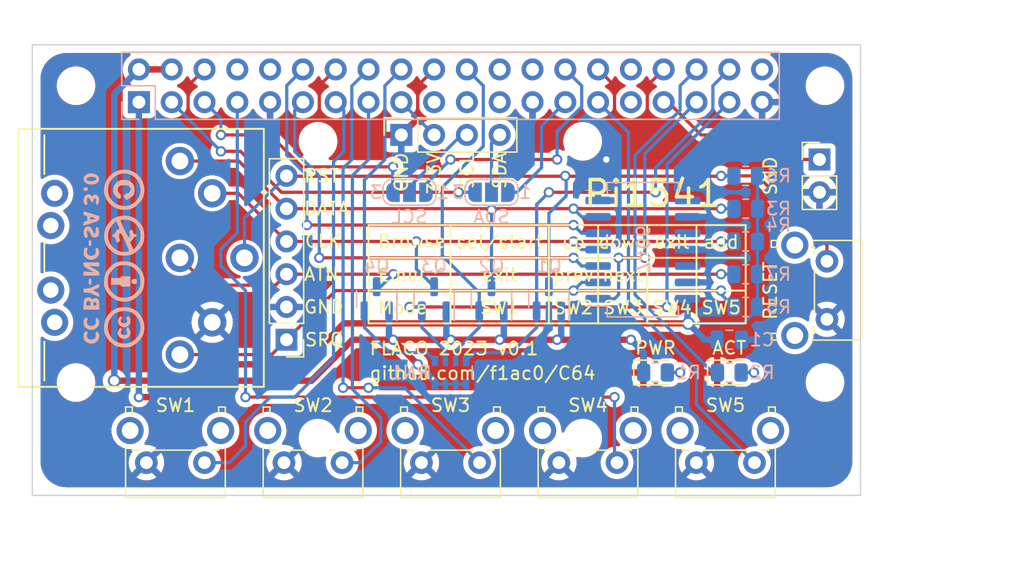
<source format=kicad_pcb>
(kicad_pcb (version 20221018) (generator pcbnew)
  (title_block (title "Pi1541 adapter") (date "2023-02-23") (rev "0.1") (company "FLACO 2023") (comment 1 "Adapted from https://cbm-pi1541.firebaseapp.com/"))
  (layers (0 "F.Cu" signal) (31 "B.Cu" signal) (34 "B.Paste" user) (35 "F.Paste" user) (36 "B.SilkS" user "B.Silkscreen") (37 "F.SilkS" user "F.Silkscreen") (38 "B.Mask" user) (39 "F.Mask" user) (44 "Edge.Cuts" user))
  (net 0 "")
  (net 1 "+5V")
  (net 2 "GND")
  (net 3 "ATN")
  (net 4 "RESET")
  (net 5 "CLK")
  (net 6 "DATA")
  (net 7 "SRQ")
  (net 8 "RESET_IN")
  (net 9 "DATA_IN")
  (net 10 "CLK_IN")
  (net 11 "ATN_IN")
  (net 12 "Net-(D1-A)")
  (net 13 "Net-(D2-A)")
  (net 14 "+3.3V")
  (net 15 "LCD1_SDA")
  (net 16 "LCD1_SCL")
  (net 17 "SW4")
  (net 20 "CLK_OUT")
  (net 21 "DATA_OUT")
  (net 22 "SW1")
  (net 23 "SW2")
  (net 24 "SW3")
  (net 30 "LCD0_SDA")
  (net 31 "LCD0_SCL")
  (net 32 "SW5")
  (net 35 "SND")
  (net 36 "SRQ_OUT")
  (net 37 "ACT")
  (net 39 "LCD_SDA")
  (net 40 "LCD_SCL")
  (footprint "MountingHole:MountingHole_2.5mm" (layer "F.Cu") (at 260.877 86.132)
    (fp_text reference "H4" hide)
    (fp_text value "PiMountingHole")
  )
  (footprint "Button_Switch_THT:SW_Tactile_SPST_Angled_PTS645Vx83-2LFS" (layer "F.Cu") (at 234.127 92.342 180)
    (fp_text reference "SW3")
    (fp_text value "RESET")
  )
  (footprint "MountingHole:MountingHole_2.5mm" (layer "F.Cu") (at 221.617 67.442)
    (fp_text reference "H5" hide)
    (fp_text value "LCDMountingHole")
  )
  (footprint "Button_Switch_THT:SW_Tactile_SPST_Angled_PTS645Vx83-2LFS" (layer "F.Cu") (at 244.772 92.342 180)
    (fp_text reference "SW4")
    (fp_text value "RESET")
  )
  (footprint "Sassa:DIN-6-Variable" (layer "F.Cu") (at 210.922 76.467 90)
    (fp_text reference "J1" hide)
    (fp_text value "IEC_DIN")
  )
  (footprint "MountingHole:MountingHole_2.5mm" (layer "F.Cu") (at 202.877 86.132)
    (fp_text reference "H3" hide)
    (fp_text value "PiMountingHole")
  )
  (footprint "Connector_PinHeader_2.54mm:PinHeader_1x06_P2.54mm_Vertical" (layer "F.Cu") (at 219.177 82.817 180)
    (fp_text reference "J3" hide)
    (fp_text value "IEC_OUT")
  )
  (footprint "MountingHole:MountingHole_2.5mm" (layer "F.Cu") (at 260.877 63.132)
    (fp_text reference "H2" hide)
    (fp_text value "PiMountingHole")
  )
  (footprint "Button_Switch_THT:SW_Tactile_SPST_Angled_PTS645Vx83-2LFS" (layer "F.Cu") (at 261.0295 76.732 -90)
    (fp_text reference "SW6" hide)
    (fp_text value "RESET")
  )
  (footprint "MountingHole:MountingHole_2.5mm" (layer "F.Cu") (at 242.117 90.442)
    (fp_text reference "H8" hide)
    (fp_text value "LCDMountingHole")
  )
  (footprint "MountingHole:MountingHole_2.5mm" (layer "F.Cu") (at 221.617 90.442)
    (fp_text reference "H7" hide)
    (fp_text value "LCDMountingHole")
  )
  (footprint "Diode_SMD:D_0805_2012Metric" (layer "F.Cu") (at 247.752 85.357)
    (fp_text reference "D1" hide)
    (fp_text value "PWR")
  )
  (footprint "MountingHole:MountingHole_2.5mm" (layer "F.Cu") (at 202.877 63.132)
    (fp_text reference "H1" hide)
    (fp_text value "PiMountingHole")
  )
  (footprint "Button_Switch_THT:SW_Tactile_SPST_Angled_PTS645Vx83-2LFS" (layer "F.Cu") (at 212.827 92.342 180)
    (fp_text reference "SW1")
    (fp_text value "RESET")
  )
  (footprint "Button_Switch_THT:SW_Tactile_SPST_Angled_PTS645Vx83-2LFS" (layer "F.Cu") (at 223.482 92.342 180)
    (fp_text reference "SW2")
    (fp_text value "RESET")
  )
  (footprint "Connector_PinSocket_2.54mm:PinSocket_1x04_P2.54mm_Vertical" (layer "F.Cu") (at 228.067 66.942 90)
    (fp_text reference "J4" hide)
    (fp_text value "LCD_OLED")
  )
  (footprint "Button_Switch_THT:SW_Tactile_SPST_Angled_PTS645Vx83-2LFS" (layer "F.Cu") (at 255.417 92.342 180)
    (fp_text reference "SW5")
    (fp_text value "RESET")
  )
  (footprint "Connector_PinHeader_2.54mm:PinHeader_1x02_P2.54mm_Vertical" (layer "F.Cu") (at 260.452 68.847)
    (fp_text reference "LS1" hide)
    (fp_text value "Speaker_Crystal")
  )
  (footprint "MountingHole:MountingHole_2.5mm" (layer "F.Cu") (at 242.117 67.442)
    (fp_text reference "H6" hide)
    (fp_text value "LCDMountingHole")
  )
  (footprint "Diode_SMD:D_0805_2012Metric" (layer "F.Cu") (at 253.467 85.357)
    (fp_text reference "D2" hide)
    (fp_text value "ACT")
  )
  (footprint "Resistor_SMD:R_0805_2012Metric" (layer "B.Cu") (at 254.737 70.117 180)
    (fp_text reference "R6")
    (fp_text value "10k")
  )
  (footprint "Jumper:SolderJumper-3_P1.3mm_Open_RoundedPad1.0x1.5mm_NumberLabels" (layer "B.Cu") (at 228.702 71.387 180)
    (fp_text reference "JP2" hide)
    (fp_text value "LCD_SCL")
  )
  (footprint "Package_TO_SOT_SMD:SOT-23" (layer "B.Cu") (at 239.497 79.642 90)
    (fp_text reference "Q1")
    (fp_text value "BSS138")
  )
  (footprint "Resistor_SMD:R_0805_2012Metric" (layer "B.Cu") (at 254.737 77.737 180)
    (fp_text reference "R7")
    (fp_text value "10k")
  )
  (footprint "Resistor_SMD:R_0805_2012Metric" (layer "B.Cu") (at 247.752 85.357)
    (fp_text reference "R1")
    (fp_text value "220R")
  )
  (footprint "Resistor_SMD:R_0805_2012Metric" (layer "B.Cu") (at 254.737 80.277 180)
    (fp_text reference "R5")
    (fp_text value "1k")
  )
  (footprint "Resistor_SMD:R_Array_Convex_4x0603" (layer "B.Cu") (at 231.877 85.357 -90)
    (fp_text reference "RN1")
    (fp_text value "10k")
  )
  (footprint "Resistor_SMD:R_0805_2012Metric" (layer "B.Cu") (at 254.737 72.657 180)
    (fp_text reference "R3")
    (fp_text value "1k")
  )
  (footprint "Package_SO:SO-14_5.3x10.2mm_P1.27mm" (layer "B.Cu") (at 246.7695 75.832)
    (fp_text reference "U1" hide)
    (fp_text value "7406")
  )
  (footprint "Jumper:SolderJumper-3_P1.3mm_Open_RoundedPad1.0x1.5mm_NumberLabels" (layer "B.Cu") (at 235.052 71.387 180)
    (fp_text reference "JP1" hide)
    (fp_text value "LCD_SDA")
  )
  (footprint "Capacitor_SMD:C_0805_2012Metric" (layer "B.Cu") (at 253.467 82.817)
    (fp_text reference "C1")
    (fp_text value "C_Small")
  )
  (footprint "Resistor_SMD:R_0805_2012Metric" (layer "B.Cu") (at 253.467 85.357)
    (fp_text reference "R2")
    (fp_text value "220R")
  )
  (footprint "Resistor_SMD:R_0805_2012Metric" (layer "B.Cu") (at 254.737 75.197 180)
    (fp_text reference "R4")
    (fp_text value "1k")
  )
  (footprint "Package_TO_SOT_SMD:SOT-23" (layer "B.Cu") (at 235.052 79.642 90)
    (fp_text reference "Q2")
    (fp_text value "BSS138")
  )
  (footprint "Connector_PinSocket_2.54mm:PinSocket_2x20_P2.54mm_Vertical" (layer "B.Cu") (at 207.747 64.402 -90)
    (fp_text reference "J2" hide)
    (fp_text value "Raspberry_Pi_2_3")
  )
  (footprint "Sassa:CC_BY_NC_SA_long_silkscreen" (layer "B.Cu") (at 205.842 76.467 90)
    (fp_text reference "G***" hide)
    (fp_text value "LOGO" hide)
  )
  (footprint "Package_TO_SOT_SMD:SOT-23" (layer "B.Cu") (at 230.607 79.642 90)
    (fp_text reference "Q3")
    (fp_text value "BSS138")
  )
  (footprint "Package_TO_SOT_SMD:SOT-23" (layer "B.Cu") (at 226.162 79.642 90)
    (fp_text reference "Q4")
    (fp_text value "BSS138")
  )
  (gr_line (start 254.737 81.547) (end 225.527 81.547) (stroke (width 0.15)) (layer "F.SilkS"))
  (gr_line (start 231.877 73.927) (end 231.877 81.547) (stroke (width 0.15)) (layer "F.SilkS"))
  (gr_line (start 250.927 73.927) (end 250.927 81.547) (stroke (width 0.15)) (layer "F.SilkS"))
  (gr_line (start 254.737 73.927) (end 254.737 81.547) (stroke (width 0.15)) (layer "F.SilkS"))
  (gr_line (start 243.307 73.927) (end 243.307 81.547) (stroke (width 0.15)) (layer "F.SilkS"))
  (gr_line (start 225.527 81.547) (end 225.527 73.927) (stroke (width 0.15)) (layer "F.SilkS"))
  (gr_line (start 225.527 73.927) (end 254.737 73.927) (stroke (width 0.15)) (layer "F.SilkS"))
  (gr_line (start 225.527 76.467) (end 254.737 76.467) (stroke (width 0.15)) (layer "F.SilkS"))
  (gr_line (start 254.737 79.007) (end 225.527 79.007) (stroke (width 0.15)) (layer "F.SilkS"))
  (gr_line (start 247.117 73.927) (end 247.117 81.547) (stroke (width 0.15)) (layer "F.SilkS"))
  (gr_line (start 239.497 73.927) (end 239.497 81.547) (stroke (width 0.15)) (layer "F.SilkS"))
  (gr_line (start 199.492 59.957) (end 199.492 94.882) (stroke (width 0.1)) (layer "Edge.Cuts"))
  (gr_line (start 199.492 94.882) (end 263.627 94.882) (stroke (width 0.1)) (layer "Edge.Cuts"))
  (gr_line (start 263.627 59.957) (end 199.492 59.957) (stroke (width 0.1)) (layer "Edge.Cuts"))
  (gr_line (start 263.627 94.882) (end 263.627 59.957) (stroke (width 0.1)) (layer "Edge.Cuts"))
  (gr_text "SDA" (at 235.052 73.292) (layer "B.SilkS") (effects (font (size 1 1)) (justify mirror)))
  (gr_text "7406" (at 246.736 75.832 -90) (layer "B.SilkS") (effects (font (size 1 1)) (justify mirror)))
  (gr_text "SCL" (at 228.702 73.292) (layer "B.SilkS") (effects (font (size 1 1)) (justify mirror)))
  (gr_text "SND" (at 256.642 70.117 90) (layer "F.SilkS") (effects (font (size 1 1))))
  (gr_text "RST" (at 220.447 70.117) (layer "F.SilkS") (effects (font (size 1 1)) (justify left)))
  (gr_text "DATA" (at 220.447 72.657) (layer "F.SilkS") (effects (font (size 1 1)) (justify left)))
  (gr_text "SW3" (at 245.212 80.912) (layer "F.SilkS") (effects (font (size 1 1)) (justify bottom)))
  (gr_text "SW4" (at 249.022 80.912) (layer "F.SilkS") (effects (font (size 1 1)) (justify bottom)))
  (gr_text "up" (at 241.402 75.832) (layer "F.SilkS") (effects (font (size 1 1)) (justify bottom)))
  (gr_text "sel/start" (at 235.687 75.832) (layer "F.SilkS") (effects (font (size 1 1)) (justify bottom)))
  (gr_text "3.3V" (at 230.607 68.212 90) (layer "F.SilkS") (effects (font (size 1 1)) (justify right)))
  (gr_text "FLACO 2023 v0.1" (at 225.527 84.087) (layer "F.SilkS") (effects (font (size 1 1)) (justify left bottom)))
  (gr_text "SCL" (at 233.177 68.272 90) (layer "F.SilkS") (effects (font (size 1 1)) (justify right)))
  (gr_text "RESET" (at 256.642 79.007 90) (layer "F.SilkS") (effects (font (size 1 1))))
  (gr_text "SW1" (at 235.687 80.912) (layer "F.SilkS") (effects (font (size 1 1)) (justify bottom)))
  (gr_text "SW2" (at 241.402 80.912) (layer "F.SilkS") (effects (font (size 1 1)) (justify bottom)))
  (gr_text "Emul" (at 226.162 78.372) (layer "F.SilkS") (effects (font (size 1 1)) (justify left bottom)))
  (gr_text "ATN" (at 220.447 77.737) (layer "F.SilkS") (effects (font (size 1 1)) (justify left)))
  (gr_text "next" (at 245.212 78.372) (layer "F.SilkS") (effects (font (size 1 1)) (justify bottom)))
  (gr_text "CLK" (at 220.507 75.167) (layer "F.SilkS") (effects (font (size 1 1)) (justify left)))
  (gr_text "ACT" (at 253.467 83.452) (layer "F.SilkS") (effects (font (size 1 1))))
  (gr_text "prev" (at 241.402 78.372) (layer "F.SilkS") (effects (font (size 1 1)) (justify bottom)))
  (gr_text "GND" (at 228.067 68.212 90) (layer "F.SilkS") (effects (font (size 1 1)) (justify right)))
  (gr_text "down" (at 245.212 75.832) (layer "F.SilkS") (effects (font (size 1 1)) (justify bottom)))
  (gr_text "exit" (at 249.022 75.832) (layer "F.SilkS") (effects (font (size 1 1)) (justify bottom)))
  (gr_text "Pi1541" (at 242.037 72.657) (layer "F.SilkS") (effects (font (size 2 2) (thickness 0.28)) (justify left bottom)))
  (gr_text "GND" (at 220.447 80.277) (layer "F.SilkS") (effects (font (size 1 1)) (justify left)))
  (gr_text "SRQ" (at 220.507 82.817) (layer "F.SilkS") (effects (font (size 1 1)) (justify left)))
  (gr_text "add" (at 252.832 75.832) (layer "F.SilkS") (effects (font (size 1 1)) (justify bottom)))
  (gr_text "SW5" (at 252.832 80.912) (layer "F.SilkS") (effects (font (size 1 1)) (justify bottom)))
  (gr_text "exit" (at 235.687 78.372) (layer "F.SilkS") (effects (font (size 1 1)) (justify bottom)))
  (gr_text "github.com/f1ac0/C64" (at 225.527 85.992) (layer "F.SilkS") (effects (font (size 1 1)) (justify left bottom)))
  (gr_text "Browse" (at 226.162 75.197) (layer "F.SilkS") (effects (font (size 1 1)) (justify left)))
  (gr_text "PWR" (at 247.752 83.452) (layer "F.SilkS") (effects (font (size 1 1))))
  (gr_text "SDA" (at 235.687 68.212 90) (layer "F.SilkS") (effects (font (size 1 1)) (justify right)))
  (gr_text "Mode" (at 226.162 80.912) (layer "F.SilkS") (effects (font (size 1 1)) (justify left bottom)))
  (segment (start 250.292 81.547) (end 223.622 81.547) (width 0.5) (layer "F.Cu") (net 1))
  (segment (start 210.287 61.862) (end 207.747 61.862) (width 0.5) (layer "F.Cu") (net 1))
  (segment (start 214.097 85.992) (end 205.842 85.992) (width 0.5) (layer "F.Cu") (net 1))
  (segment (start 223.622 81.547) (end 220.447 84.722) (width 0.5) (layer "F.Cu") (net 1))
  (segment (start 215.367 84.722) (end 214.097 85.992) (width 0.5) (layer "F.Cu") (net 1))
  (segment (start 220.447 84.722) (end 215.367 84.722) (width 0.5) (layer "F.Cu") (net 1))
  (via (at 250.292 81.547) (size 1) (drill 0.7) (layers "F.Cu" "B.Cu") (net 1))
  (via (at 205.842 85.992) (size 1) (drill 0.7) (layers "F.Cu" "B.Cu") (net 1))
  (segment (start 254.55825 81.547) (end 255.6495 80.45575) (width 0.25) (layer "B.Cu") (net 1))
  (segment (start 250.292 81.547) (end 250.232 81.487) (width 0.5) (layer "B.Cu") (net 1))
  (segment (start 250.292 81.547) (end 251.562 82.817) (width 0.5) (layer "B.Cu") (net 1))
  (segment (start 250.292 81.547) (end 254.55825 81.547) (width 0.25) (layer "B.Cu") (net 1))
  (segment (start 251.562 82.817) (end 252.517 82.817) (width 0.5) (layer "B.Cu") (net 1))
  (segment (start 255.6495 70.117) (end 255.6495 80.277) (width 0.25) (layer "B.Cu") (net 1))
  (segment (start 205.842 63.767) (end 207.747 61.862) (width 0.5) (layer "B.Cu") (net 1))
  (segment (start 255.6495 80.45575) (end 255.6495 80.277) (width 0.25) (layer "B.Cu") (net 1))
  (segment (start 250.232 81.487) (end 250.232 79.642) (width 0.5) (layer "B.Cu") (net 1))
  (segment (start 205.842 85.992) (end 205.842 63.767) (width 0.5) (layer "B.Cu") (net 1))
  (segment (start 243.307 61.862) (end 244.577 63.132) (width 0.25) (layer "F.Cu") (net 2))
  (segment (start 222.987 61.862) (end 221.717 63.132) (width 0.25) (layer "F.Cu") (net 2))
  (segment (start 229.337 63.132) (end 229.337 65.672) (width 0.25) (layer "F.Cu") (net 2))
  (segment (start 247.117 63.132) (end 247.117 65.672) (width 0.25) (layer "F.Cu") (net 2))
  (segment (start 228.067 66.942) (end 229.337 65.672) (width 0.5) (layer "F.Cu") (net 2))
  (segment (start 248.387 61.862) (end 247.117 63.132) (width 0.25) (layer "F.Cu") (net 2))
  (segment (start 211.557 63.132) (end 211.557 65.672) (width 0.25) (layer "F.Cu") (net 2))
  (segment (start 221.717 63.132) (end 221.717 65.672) (width 0.25) (layer "F.Cu") (net 2))
  (segment (start 244.577 63.132) (end 244.577 65.672) (width 0.25) (layer "F.Cu") (net 2))
  (segment (start 230.607 61.862) (end 229.337 63.132) (width 0.25) (layer "F.Cu") (net 2))
  (segment (start 212.827 61.862) (end 211.557 63.132) (width 0.25) (layer "F.Cu") (net 2))
  (via (at 243.942 68.847) (size 0.8) (drill 0.5) (layers "F.Cu" "B.Cu") (net 2))
  (segment (start 227.432 77.737) (end 219.177 77.737) (width 0.25) (layer "F.Cu") (net 3))
  (segment (start 227.432 77.737) (end 252.832 77.737) (width 0.25) (layer "F.Cu") (net 3))
  (segment (start 218.327 78.587) (end 219.177 77.737) (width 0.25) (layer "F.Cu") (net 3))
  (segment (start 213.042 78.587) (end 218.327 78.587) (width 0.25) (layer "F.Cu") (net 3))
  (segment (start 210.922 76.467) (end 213.042 78.587) (width 0.25) (layer "F.Cu") (net 3))
  (via (at 227.432 77.737) (size 0.8) (drill 0.5) (layers "F.Cu" "B.Cu") (net 3))
  (via (at 252.832 77.737) (size 0.8) (drill 0.5) (layers "F.Cu" "B.Cu") (net 3))
  (segment (start 227.432 77.737) (end 226.4645 78.7045) (width 0.25) (layer "B.Cu") (net 3))
  (segment (start 226.4645 78.7045) (end 226.162 78.7045) (width 0.25) (layer "B.Cu") (net 3))
  (segment (start 253.8245 77.737) (end 252.832 77.737) (width 0.25) (layer "B.Cu") (net 3))
  (segment (start 252.832 70.117) (end 252.8065 70.1425) (width 0.25) (layer "F.Cu") (net 4))
  (segment (start 219.2025 70.1425) (end 219.177 70.117) (width 0.25) (layer "F.Cu") (net 4))
  (segment (start 255.651936 70.117) (end 261.0295 75.494564) (width 0.25) (layer "F.Cu") (net 4))
  (segment (start 252.8065 70.1425) (end 219.2025 70.1425) (width 0.25) (layer "F.Cu") (net 4))
  (segment (start 252.832 70.117) (end 255.651936 70.117) (width 0.25) (layer "F.Cu") (net 4))
  (segment (start 261.0295 75.494564) (end 261.0295 76.732) (width 0.25) (layer "F.Cu") (net 4))
  (via (at 240.767 70.117) (size 0.8) (drill 0.5) (layers "F.Cu" "B.Cu") (net 4))
  (via (at 252.832 70.117) (size 0.8) (drill 0.5) (layers "F.Cu" "B.Cu") (net 4))
  (segment (start 215.922 73.372) (end 215.922 76.467) (width 0.25) (layer "B.Cu") (net 4))
  (segment (start 219.177 70.117) (end 215.922 73.372) (width 0.25) (layer "B.Cu") (net 4))
  (segment (start 240.767 70.117) (end 240.832 70.182) (width 0.25) (layer "B.Cu") (net 4))
  (segment (start 239.497 73.01195) (end 239.497 78.7045) (width 0.25) (layer "B.Cu") (net 4))
  (segment (start 240.832 70.182) (end 240.832 71.67695) (width 0.25) (layer "B.Cu") (net 4))
  (segment (start 240.832 71.67695) (end 239.497 73.01195) (width 0.25) (layer "B.Cu") (net 4))
  (segment (start 253.8245 70.117) (end 252.832 70.117) (width 0.25) (layer "B.Cu") (net 4))
  (segment (start 229.235 75.197) (end 241.935 75.197) (width 0.25) (layer "F.Cu") (net 5))
  (segment (start 252.832 75.197) (end 241.935 75.197) (width 0.25) (layer "F.Cu") (net 5))
  (segment (start 219.177 75.197) (end 229.235 75.197) (width 0.25) (layer "F.Cu") (net 5))
  (segment (start 215.447 71.467) (end 219.177 75.197) (width 0.25) (layer "F.Cu") (net 5))
  (segment (start 213.422 71.467) (end 215.447 71.467) (width 0.25) (layer "F.Cu") (net 5))
  (segment (start 241.402 75.197) (end 241.935 75.197) (width 0.25) (layer "F.Cu") (net 5))
  (via (at 241.402 75.197) (size 0.8) (drill 0.5) (layers "F.Cu" "B.Cu") (net 5))
  (via (at 229.235 75.197) (size 0.8) (drill 0.5) (layers "F.Cu" "B.Cu") (net 5))
  (via (at 252.832 75.197) (size 0.8) (drill 0.5) (layers "F.Cu" "B.Cu") (net 5))
  (segment (start 229.235 77.3325) (end 229.235 75.197) (width 0.25) (layer "B.Cu") (net 5))
  (segment (start 242.037 75.832) (end 243.307 75.832) (width 0.25) (layer "B.Cu") (net 5))
  (segment (start 241.402 75.197) (end 242.037 75.832) (width 0.25) (layer "B.Cu") (net 5))
  (segment (start 230.607 78.7045) (end 229.235 77.3325) (width 0.25) (layer "B.Cu") (net 5))
  (segment (start 252.832 75.197) (end 253.8245 75.197) (width 0.25) (layer "B.Cu") (net 5))
  (segment (start 219.177 72.657) (end 215.487 68.967) (width 0.25) (layer "F.Cu") (net 6))
  (segment (start 241.402 72.657) (end 241.935 72.657) (width 0.25) (layer "F.Cu") (net 6))
  (segment (start 215.487 68.967) (end 210.922 68.967) (width 0.25) (layer "F.Cu") (net 6))
  (segment (start 219.177 72.657) (end 241.935 72.657) (width 0.25) (layer "F.Cu") (net 6))
  (segment (start 252.832 72.657) (end 241.935 72.657) (width 0.25) (layer "F.Cu") (net 6))
  (via (at 241.402 72.657) (size 0.8) (drill 0.5) (layers "F.Cu" "B.Cu") (net 6))
  (via (at 235.052 72.736502) (size 0.8) (drill 0.5) (layers "F.Cu" "B.Cu") (net 6))
  (via (at 252.832 72.657) (size 0.8) (drill 0.5) (layers "F.Cu" "B.Cu") (net 6))
  (segment (start 241.402 72.657) (end 242.037 73.292) (width 0.25) (layer "B.Cu") (net 6))
  (segment (start 235.052 72.736502) (end 235.052 78.7045) (width 0.25) (layer "B.Cu") (net 6))
  (segment (start 242.037 73.292) (end 243.307 73.292) (width 0.25) (layer "B.Cu") (net 6))
  (segment (start 252.832 72.657) (end 253.8245 72.657) (width 0.25) (layer "B.Cu") (net 6))
  (segment (start 252.832 79.007) (end 222.987 79.007) (width 0.25) (layer "F.Cu") (net 7))
  (segment (start 210.922 83.967) (end 218.027 83.967) (width 0.25) (layer "F.Cu") (net 7))
  (segment (start 222.987 79.007) (end 219.177 82.817) (width 0.25) (layer "F.Cu") (net 7))
  (segment (start 218.027 83.967) (end 219.177 82.817) (width 0.25) (layer "F.Cu") (net 7))
  (via (at 252.832 79.007) (size 0.8) (drill 0.5) (layers "F.Cu" "B.Cu") (net 7))
  (via (at 241.402 79.007) (size 0.8) (drill 0.5) (layers "F.Cu" "B.Cu") (net 7))
  (segment (start 252.832 79.007) (end 252.832 79.2845) (width 0.25) (layer "B.Cu") (net 7))
  (segment (start 242.037 78.372) (end 243.307 78.372) (width 0.25) (layer "B.Cu") (net 7))
  (segment (start 252.832 79.2845) (end 253.8245 80.277) (width 0.25) (layer "B.Cu") (net 7))
  (segment (start 241.402 79.007) (end 242.037 78.372) (width 0.25) (layer "B.Cu") (net 7))
  (segment (start 239.497 71.387) (end 247.752 71.387) (width 0.25) (layer "F.Cu") (net 8))
  (via (at 247.752 71.387) (size 0.8) (drill 0.5) (layers "F.Cu" "B.Cu") (net 8))
  (via (at 239.497 71.387) (size 0.8) (drill 0.5) (layers "F.Cu" "B.Cu") (net 8))
  (segment (start 236.587 83.822) (end 238.547 81.862) (width 0.25) (layer "B.Cu") (net 8))
  (segment (start 238.547 80.5795) (end 238.547 72.337) (width 0.25) (layer "B.Cu") (net 8))
  (segment (start 238.547 81.862) (end 238.547 80.5795) (width 0.25) (layer "B.Cu") (net 8))
  (segment (start 247.752 69.480604) (end 252.197 65.035604) (width 0.25) (layer "B.Cu") (net 8))
  (segment (start 233.077 84.457) (end 233.712 83.822) (width 0.25) (layer "B.Cu") (net 8))
  (segment (start 252.197 63.132) (end 253.467 61.862) (width 0.25) (layer "B.Cu") (net 8))
  (segment (start 233.712 83.822) (end 236.587 83.822) (width 0.25) (layer "B.Cu") (net 8))
  (segment (start 252.197 65.035604) (end 252.197 63.132) (width 0.25) (layer "B.Cu") (net 8))
  (segment (start 238.547 72.337) (end 239.497 71.387) (width 0.25) (layer "B.Cu") (net 8))
  (segment (start 247.752 71.387) (end 247.752 69.480604) (width 0.25) (layer "B.Cu") (net 8))
  (segment (start 231.242 76.303751) (end 231.242 70.996695) (width 0.25) (layer "B.Cu") (net 9))
  (segment (start 234.417 63.132) (end 233.147 61.862) (width 0.25) (layer "B.Cu") (net 9))
  (segment (start 234.102 81.862) (end 234.102 80.5795) (width 0.25) (layer "B.Cu") (net 9))
  (segment (start 234.102 79.163751) (end 231.242 76.303751) (width 0.25) (layer "B.Cu") (net 9))
  (segment (start 234.417 67.821695) (end 234.417 63.132) (width 0.25) (layer "B.Cu") (net 9))
  (segment (start 234.102 80.5795) (end 234.102 79.163751) (width 0.25) (layer "B.Cu") (net 9))
  (segment (start 232.277 83.687) (end 234.102 81.862) (width 0.25) (layer "B.Cu") (net 9))
  (segment (start 232.277 84.457) (end 232.277 83.687) (width 0.25) (layer "B.Cu") (net 9))
  (segment (start 231.242 70.996695) (end 234.417 67.821695) (width 0.25) (layer "B.Cu") (net 9))
  (segment (start 228.702 80.277) (end 248.641 80.277) (width 0.25) (layer "F.Cu") (net 10))
  (via (at 228.702 80.277) (size 0.8) (drill 0.5) (layers "F.Cu" "B.Cu") (net 10))
  (via (at 248.641 80.277) (size 0.8) (drill 0.5) (layers "F.Cu" "B.Cu") (net 10))
  (segment (start 248.641 80.277) (end 248.641 69.228) (width 0.25) (layer "B.Cu") (net 10))
  (segment (start 229.657 80.5795) (end 229.3545 80.277) (width 0.25) (layer "B.Cu") (net 10))
  (segment (start 229.3545 80.277) (end 228.702 80.277) (width 0.25) (layer "B.Cu") (net 10))
  (segment (start 231.252 83.452) (end 231.25075 83.452) (width 0.25) (layer "B.Cu") (net 10))
  (segment (start 231.25075 83.452) (end 229.657 81.85825) (width 0.25) (layer "B.Cu") (net 10))
  (segment (start 231.477 84.457) (end 231.477 83.677) (width 0.25) (layer "B.Cu") (net 10))
  (segment (start 231.477 83.677) (end 231.252 83.452) (width 0.25) (layer "B.Cu") (net 10))
  (segment (start 229.657 81.85825) (end 229.657 80.5795) (width 0.25) (layer "B.Cu") (net 10))
  (segment (start 248.641 69.228) (end 253.467 64.402) (width 0.25) (layer "B.Cu") (net 10))
  (segment (start 226.797 63.132) (end 228.067 61.862) (width 0.25) (layer "B.Cu") (net 11))
  (segment (start 230.677 84.457) (end 230.042 83.822) (width 0.25) (layer "B.Cu") (net 11))
  (segment (start 225.212 81.867) (end 225.212 80.5795) (width 0.25) (layer "B.Cu") (net 11))
  (segment (start 227.167 83.822) (end 225.212 81.867) (width 0.25) (layer "B.Cu") (net 11))
  (segment (start 230.042 83.822) (end 227.167 83.822) (width 0.25) (layer "B.Cu") (net 11))
  (segment (start 226.797 68.847) (end 226.797 63.132) (width 0.25) (layer "B.Cu") (net 11))
  (segment (start 225.212 80.5795) (end 225.212 70.432) (width 0.25) (layer "B.Cu") (net 11))
  (segment (start 225.212 70.432) (end 226.797 68.847) (width 0.25) (layer "B.Cu") (net 11))
  (segment (start 248.6895 85.357) (end 249.657 85.357) (width 0.25) (layer "F.Cu") (net 12))
  (via (at 249.657 85.357) (size 0.8) (drill 0.5) (layers "F.Cu" "B.Cu") (net 12))
  (segment (start 249.657 85.357) (end 248.6645 85.357) (width 0.25) (layer "B.Cu") (net 12))
  (segment (start 255.372 85.357) (end 254.4045 85.357) (width 0.25) (layer "F.Cu") (net 13))
  (via (at 255.372 85.357) (size 0.8) (drill 0.5) (layers "F.Cu" "B.Cu") (net 13))
  (segment (start 255.372 85.357) (end 254.3795 85.357) (width 0.25) (layer "B.Cu") (net 13))
  (segment (start 214.097 87.262) (end 207.747 87.262) (width 0.5) (layer "F.Cu") (net 14))
  (segment (start 227.432 82.817) (end 224.287 82.817) (width 0.5) (layer "F.Cu") (net 14))
  (segment (start 240.132 82.817) (end 235.687 82.817) (width 0.5) (layer "F.Cu") (net 14))
  (segment (start 215.367 85.992) (end 214.097 87.262) (width 0.5) (layer "F.Cu") (net 14))
  (segment (start 227.432 82.817) (end 229.337 84.722) (width 0.5) (layer "F.Cu") (net 14))
  (segment (start 245.847 82.817) (end 240.132 82.817) (width 0.5) (layer "F.Cu") (net 14))
  (segment (start 224.287 82.817) (end 221.112 85.992) (width 0.5) (layer "F.Cu") (net 14))
  (segment (start 235.687 82.817) (end 227.432 82.817) (width 0.5) (layer "F.Cu") (net 14))
  (segment (start 221.112 85.992) (end 215.367 85.992) (width 0.5) (layer "F.Cu") (net 14))
  (via (at 231.889969 82.817) (size 0.8) (drill 0.5) (layers "F.Cu" "B.Cu") (net 14))
  (via (at 235.687 82.817) (size 0.8) (drill 0.5) (layers "F.Cu" "B.Cu") (net 14))
  (via (at 229.337 84.722) (size 0.8) (drill 0.5) (layers "F.Cu" "B.Cu") (net 14))
  (via (at 240.132 82.817) (size 0.8) (drill 0.5) (layers "F.Cu" "B.Cu") (net 14))
  (via (at 227.432 82.817) (size 0.8) (drill 0.5) (layers "F.Cu" "B.Cu") (net 14))
  (via (at 207.747 87.262) (size 0.8) (drill 0.5) (layers "F.Cu" "B.Cu") (net 14))
  (via (at 245.847 82.817) (size 0.8) (drill 0.5) (layers "F.Cu" "B.Cu") (net 14))
  (segment (start 231.889969 82.817) (end 231.557 82.484031) (width 0.5) (layer "B.Cu") (net 14))
  (segment (start 246.8395 83.8095) (end 246.8395 85.357) (width 0.5) (layer "B.Cu") (net 14))
  (segment (start 235.687 82.817) (end 236.002 82.502) (width 0.5) (layer "B.Cu") (net 14))
  (segment (start 227.112 82.497) (end 227.112 80.5795) (width 0.5) (layer "B.Cu") (net 14))
  (segment (start 230.607 66.942) (end 228.067 64.402) (width 0.25) (layer "B.Cu") (net 14))
  (segment (start 230.677 86.062) (end 230.677 86.257) (width 0.5) (layer "B.Cu") (net 14))
  (segment (start 240.132 82.817) (end 240.447 82.502) (width 0.5) (layer "B.Cu") (net 14))
  (segment (start 231.557 82.484031) (end 231.557 80.5795) (width 0.5) (layer "B.Cu") (net 14))
  (segment (start 240.447 82.502) (end 240.447 80.5795) (width 0.5) (layer "B.Cu") (net 14))
  (segment (start 207.747 64.402) (end 207.747 87.262) (width 0.5) (layer "B.Cu") (net 14))
  (segment (start 236.002 82.502) (end 236.002 80.5795) (width 0.5) (layer "B.Cu") (net 14))
  (segment (start 245.847 82.817) (end 246.8395 83.8095) (width 0.5) (layer "B.Cu") (net 14))
  (segment (start 230.677 86.257) (end 233.077 86.257) (width 0.25) (layer "B.Cu") (net 14))
  (segment (start 229.337 84.722) (end 230.677 86.062) (width 0.5) (layer "B.Cu") (net 14))
  (segment (start 227.432 82.817) (end 227.112 82.497) (width 0.5) (layer "B.Cu") (net 14))
  (segment (start 218.785299 71.387) (end 215.610299 68.212) (width 0.25) (layer "F.Cu") (net 15))
  (segment (start 215.610299 68.212) (end 214.097 68.212) (width 0.25) (layer "F.Cu") (net 15))
  (segment (start 232.512 71.387) (end 218.785299 71.387) (width 0.25) (layer "F.Cu") (net 15))
  (via (at 232.512 71.387) (size 0.8) (drill 0.5) (layers "F.Cu" "B.Cu") (net 15))
  (via (at 214.097 68.212) (size 0.8) (drill 0.5) (layers "F.Cu" "B.Cu") (net 15))
  (segment (start 233.752 71.387) (end 232.512 71.387) (width 0.25) (layer "B.Cu") (net 15))
  (segment (start 214.097 68.212) (end 210.287 64.402) (width 0.25) (layer "B.Cu") (net 15))
  (segment (start 217.907 66.942) (end 214.097 66.942) (width 0.25) (layer "F.Cu") (net 16))
  (segment (start 227.432 69.4175) (end 220.3825 69.4175) (width 0.25) (layer "F.Cu") (net 16))
  (segment (start 220.3825 69.4175) (end 217.907 66.942) (width 0.25) (layer "F.Cu") (net 16))
  (via (at 214.097 66.942) (size 0.8) (drill 0.5) (layers "F.Cu" "B.Cu") (net 16))
  (via (at 227.432 69.4175) (size 0.8) (drill 0.5) (layers "F.Cu" "B.Cu") (net 16))
  (segment (start 227.402 69.4475) (end 227.432 69.4175) (width 0.25) (layer "B.Cu") (net 16))
  (segment (start 214.097 65.672) (end 212.827 64.402) (width 0.25) (layer "B.Cu") (net 16))
  (segment (start 214.097 66.942) (end 214.097 65.672) (width 0.25) (layer "B.Cu") (net 16))
  (segment (start 227.402 71.387) (end 227.402 69.4475) (width 0.25) (layer "B.Cu") (net 16))
  (segment (start 244.577 87.262) (end 216.002 87.262) (width 0.25) (layer "F.Cu") (net 17))
  (via (at 216.002 87.262) (size 0.8) (drill 0.5) (layers "F.Cu" "B.Cu") (net 17))
  (via (at 244.577 87.262) (size 0.8) (drill 0.5) (layers "F.Cu" "B.Cu") (net 17))
  (segment (start 244.577 87.262) (end 244.577 92.147) (width 0.25) (layer "B.Cu") (net 17))
  (segment (start 216.002 79.007) (end 214.097 77.102) (width 0.25) (layer "B.Cu") (net 17))
  (segment (start 214.097 75.79054) (end 215.367 74.52054) (width 0.25) (layer "B.Cu") (net 17))
  (segment (start 216.002 87.262) (end 216.002 79.007) (width 0.25) (layer "B.Cu") (net 17))
  (segment (start 244.577 92.147) (end 244.772 92.342) (width 0.25) (layer "B.Cu") (net 17))
  (segment (start 215.367 74.52054) (end 215.367 64.402) (width 0.25) (layer "B.Cu") (net 17))
  (segment (start 214.097 77.102) (end 214.097 75.79054) (width 0.25) (layer "B.Cu") (net 17))
  (segment (start 221.717 76.467) (end 241.402 76.467) (width 0.25) (layer "F.Cu") (net 20))
  (via (at 221.717 76.467) (size 0.8) (drill 0.5) (layers "F.Cu" "B.Cu") (net 20))
  (via (at 241.402 76.467) (size 0.8) (drill 0.5) (layers "F.Cu" "B.Cu") (net 20))
  (segment (start 242.037 77.102) (end 243.307 77.102) (width 0.25) (layer "B.Cu") (net 20))
  (segment (start 219.812 68.212) (end 219.812 65.037) (width 0.25) (layer "B.Cu") (net 20))
  (segment (start 221.717 70.117) (end 219.812 68.212) (width 0.25) (layer "B.Cu") (net 20))
  (segment (start 221.717 76.467) (end 221.717 70.117) (width 0.25) (layer "B.Cu") (net 20))
  (segment (start 219.812 65.037) (end 220.447 64.402) (width 0.25) (layer "B.Cu") (net 20))
  (segment (start 241.402 76.467) (end 242.037 77.102) (width 0.25) (layer "B.Cu") (net 20))
  (segment (start 241.402 73.927) (end 220.7645 73.927) (width 0.25) (layer "F.Cu") (net 21))
  (via (at 241.402 73.927) (size 0.8) (drill 0.5) (layers "F.Cu" "B.Cu") (net 21))
  (via (at 220.7645 73.927) (size 0.8) (drill 0.5) (layers "F.Cu" "B.Cu") (net 21))
  (segment (start 219.197 63.112) (end 220.447 61.862) (width 0.25) (layer "B.Cu") (net 21))
  (segment (start 220.7645 70.078154) (end 220.625173 69.938827) (width 0.25) (layer "B.Cu") (net 21))
  (segment (start 241.402 73.927) (end 242.037 74.562) (width 0.25) (layer "B.Cu") (net 21))
  (segment (start 219.197 68.510654) (end 219.197 63.112) (width 0.25) (layer "B.Cu") (net 21))
  (segment (start 242.037 74.562) (end 243.307 74.562) (width 0.25) (layer "B.Cu") (net 21))
  (segment (start 220.7645 73.927) (end 220.7645 70.078154) (width 0.25) (layer "B.Cu") (net 21))
  (segment (start 220.625173 69.938827) (end 219.197 68.510654) (width 0.25) (layer "B.Cu") (net 21))
  (segment (start 219.812 87.262) (end 217.907 87.262) (width 0.25) (layer "B.Cu") (net 22))
  (segment (start 222.987 64.402) (end 223.622 65.037) (width 0.25) (layer "B.Cu") (net 22))
  (segment (start 223.622 68.212) (end 222.817 69.017) (width 0.25) (layer "B.Cu") (net 22))
  (segment (start 223.622 65.037) (end 223.622 68.212) (width 0.25) (layer "B.Cu") (net 22))
  (segment (start 217.907 87.262) (end 216.002 89.167) (width 0.25) (layer "B.Cu") (net 22))
  (segment (start 216.002 91.072) (end 214.732 92.342) (width 0.25) (layer "B.Cu") (net 22))
  (segment (start 222.817 69.017) (end 222.817 84.257) (width 0.25) (layer "B.Cu") (net 22))
  (segment (start 222.817 84.257) (end 219.812 87.262) (width 0.25) (layer "B.Cu") (net 22))
  (segment (start 214.732 92.342) (end 212.827 92.342) (width 0.25) (layer "B.Cu") (net 22))
  (segment (start 216.002 89.167) (end 216.002 91.072) (width 0.25) (layer "B.Cu") (net 22))
  (segment (start 226.4795 90.719272) (end 224.856772 92.342) (width 0.25) (layer "B.Cu") (net 23))
  (segment (start 226.4795 88.8495) (end 226.4795 90.719272) (width 0.25) (layer "B.Cu") (net 23))
  (segment (start 224.2825 70.092896) (end 224.2825 86.6525) (width 0.25) (layer "B.Cu") (net 23))
  (segment (start 225.527 64.402) (end 225.527 68.847) (width 0.25) (layer "B.Cu") (net 23))
  (segment (start 224.856772 92.342) (end 223.482 92.342) (width 0.25) (layer "B.Cu") (net 23))
  (segment (start 225.527 68.847) (end 224.687 69.687) (width 0.25) (layer "B.Cu") (net 23))
  (segment (start 224.687 69.688396) (end 224.2825 70.092896) (width 0.25) (layer "B.Cu") (net 23))
  (segment (start 224.2825 86.6525) (end 226.4795 88.8495) (width 0.25) (layer "B.Cu") (net 23))
  (segment (start 224.687 69.687) (end 224.687 69.688396) (width 0.25) (layer "B.Cu") (net 23))
  (segment (start 225.527 86.5375) (end 223.558 86.5375) (width 0.25) (layer "F.Cu") (net 24))
  (via (at 225.527 86.5375) (size 0.8) (drill 0.5) (layers "F.Cu" "B.Cu") (net 24))
  (via (at 223.558 86.5375) (size 0.8) (drill 0.5) (layers "F.Cu" "B.Cu") (net 24))
  (segment (start 223.558 86.5375) (end 223.5575 86.537) (width 0.25) (layer "B.Cu") (net 24))
  (segment (start 225.527 86.5375) (end 228.3225 86.5375) (width 0.25) (layer "B.Cu") (net 24))
  (segment (start 228.3225 86.5375) (end 234.127 92.342) (width 0.25) (layer "B.Cu") (net 24))
  (segment (start 224.237 63.152) (end 225.527 61.862) (width 0.25) (layer "B.Cu") (net 24))
  (segment (start 223.5575 69.5265) (end 224.237 68.847) (width 0.25) (layer "B.Cu") (net 24))
  (segment (start 224.237 68.847) (end 224.237 63.152) (width 0.25) (layer "B.Cu") (net 24))
  (segment (start 223.5575 86.537) (end 223.5575 69.5265) (width 0.25) (layer "B.Cu") (net 24))
  (segment (start 238.9265 69.482) (end 237.0215 71.387) (width 0.25) (layer "B.Cu") (net 30))
  (segment (start 238.9265 66.2425) (end 238.9265 69.482) (width 0.25) (layer "B.Cu") (net 30))
  (segment (start 237.0215 71.387) (end 236.352 71.387) (width 0.25) (layer "B.Cu") (net 30))
  (segment (start 240.767 64.402) (end 238.9265 66.2425) (width 0.25) (layer "B.Cu") (net 30))
  (segment (start 240.132 68.847) (end 231.877 68.847) (width 0.25) (layer "F.Cu") (net 31))
  (via (at 231.877 68.847) (size 0.8) (drill 0.5) (layers "F.Cu" "B.Cu") (net 31))
  (via (at 240.132 68.847) (size 0.8) (drill 0.5) (layers "F.Cu" "B.Cu") (net 31))
  (segment (start 242.037 64.758346) (end 240.132 66.663346) (width 0.25) (layer "B.Cu") (net 31))
  (segment (start 240.132 66.663346) (end 240.132 68.847) (width 0.25) (layer "B.Cu") (net 31))
  (segment (start 242.037 63.132) (end 242.037 64.758346) (width 0.25) (layer "B.Cu") (net 31))
  (segment (start 231.877 68.847) (end 230.002 70.722) (width 0.25) (layer "B.Cu") (net 31))
  (segment (start 230.002 70.722) (end 230.002 71.387) (width 0.25) (layer "B.Cu") (net 31))
  (segment (start 240.767 61.862) (end 242.037 63.132) (width 0.25) (layer "B.Cu") (net 31))
  (segment (start 245.6565 66.7515) (end 245.6565 79.9015) (width 0.25) (layer "B.Cu") (net 32))
  (segment (start 250.927 87.852) (end 255.417 92.342) (width 0.25) (layer "B.Cu") (net 32))
  (segment (start 245.6565 79.9015) (end 250.927 85.172) (width 0.25) (layer "B.Cu") (net 32))
  (segment (start 243.307 64.402) (end 245.6565 66.7515) (width 0.25) (layer "B.Cu") (net 32))
  (segment (start 250.927 85.172) (end 250.927 87.852) (width 0.25) (layer "B.Cu") (net 32))
  (segment (start 248.387 64.402) (end 248.74195 64.402) (width 0.25) (layer "F.Cu") (net 35))
  (segment (start 257.277 66.942) (end 259.182 68.847) (width 0.25) (layer "F.Cu") (net 35))
  (segment (start 251.28195 66.942) (end 257.277 66.942) (width 0.25) (layer "F.Cu") (net 35))
  (segment (start 248.74195 64.402) (end 251.28195 66.942) (width 0.25) (layer "F.Cu") (net 35))
  (segment (start 259.182 68.847) (end 260.452 68.847) (width 0.25) (layer "F.Cu") (net 35))
  (segment (start 246.9265 76.467) (end 244.8945 76.467) (width 0.25) (layer "F.Cu") (net 36))
  (via (at 244.8945 76.467) (size 0.8) (drill 0.5) (layers "F.Cu" "B.Cu") (net 36))
  (via (at 246.9265 76.467) (size 0.8) (drill 0.5) (layers "F.Cu" "B.Cu") (net 36))
  (segment (start 244.8945 76.467) (end 244.8945 79.3245) (width 0.25) (layer "B.Cu") (net 36))
  (segment (start 244.577 79.642) (end 243.307 79.642) (width 0.25) (layer "B.Cu") (net 36))
  (segment (start 244.8945 79.3245) (end 244.577 79.642) (width 0.25) (layer "B.Cu") (net 36))
  (segment (start 246.9265 68.4025) (end 250.927 64.402) (width 0.25) (layer "B.Cu") (net 36))
  (segment (start 246.9265 76.467) (end 246.9265 68.4025) (width 0.25) (layer "B.Cu") (net 36))
  (segment (start 252.197 85.357) (end 246.1645 79.3245) (width 0.25) (layer "B.Cu") (net 37))
  (segment (start 246.1645 79.3245) (end 246.1645 68.528104) (width 0.25) (layer "B.Cu") (net 37))
  (segment (start 252.5545 85.357) (end 252.197 85.357) (width 0.25) (layer "B.Cu") (net 37))
  (segment (start 249.657 65.035604) (end 249.657 63.132) (width 0.25) (layer "B.Cu") (net 37))
  (segment (start 246.1645 68.528104) (end 249.657 65.035604) (width 0.25) (layer "B.Cu") (net 37))
  (segment (start 249.657 63.132) (end 250.927 61.862) (width 0.25) (layer "B.Cu") (net 37))
  (segment (start 235.052 67.577) (end 235.687 66.942) (width 0.25) (layer "B.Cu") (net 39))
  (segment (start 235.052 71.387) (end 235.052 67.577) (width 0.25) (layer "B.Cu") (net 39))
  (segment (start 232.722736 66.942) (end 233.147 66.942) (width 0.25) (layer "B.Cu") (net 40))
  (segment (start 228.702 71.387) (end 228.702 70.962736) (width 0.25) (layer "B.Cu") (net 40))
  (segment (start 228.702 70.962736) (end 232.722736 66.942) (width 0.25) (layer "B.Cu") (net 40))
  (zone (net 2) (net_name "GND") (layers "F&B.Cu") (connect_pads (clearance 0.4)) (min_thickness 0.25) (fill yes (thermal_gap 0.5) (thermal_bridge_width 0.5) (smoothing fillet) (radius 2))
    (polygon (pts (xy 200.127 60.592) (xy 262.992 60.592) (xy 262.992 94.247) (xy 200.127 94.247)))
  )
)
</source>
